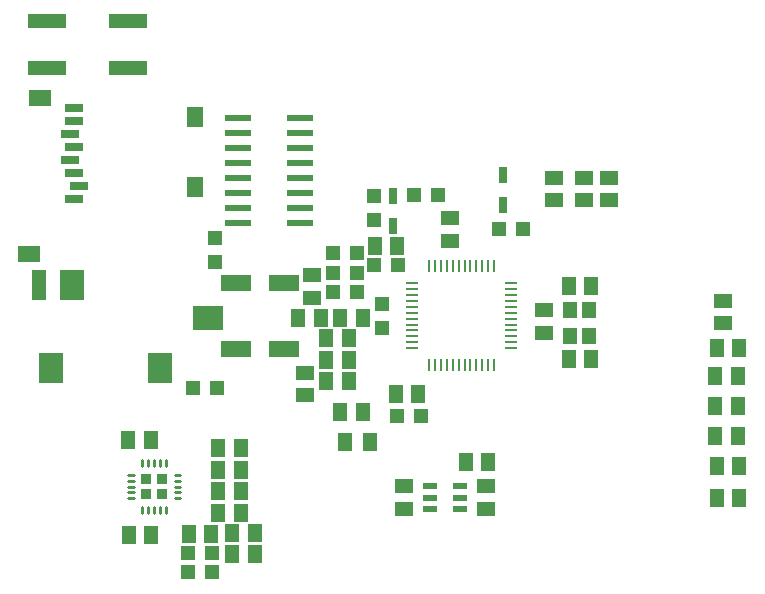
<source format=gbr>
G04 EAGLE Gerber RS-274X export*
G75*
%MOMM*%
%FSLAX34Y34*%
%LPD*%
%INSolderpaste Top*%
%IPPOS*%
%AMOC8*
5,1,8,0,0,1.08239X$1,22.5*%
G01*
%ADD10R,0.285000X1.100000*%
%ADD11R,1.100000X0.285000*%
%ADD12R,1.100000X0.280000*%
%ADD13R,1.200000X0.550000*%
%ADD14R,1.900000X1.400000*%
%ADD15R,1.400000X1.800000*%
%ADD16R,1.500000X0.700000*%
%ADD17R,1.200000X1.300000*%
%ADD18R,1.200000X1.400000*%
%ADD19R,1.300000X1.500000*%
%ADD20R,1.500000X1.300000*%
%ADD21R,1.300000X1.200000*%
%ADD22R,0.800000X1.350000*%
%ADD23R,2.600000X1.400000*%
%ADD24C,0.280000*%
%ADD25R,0.950000X0.950000*%
%ADD26R,2.000000X2.500000*%
%ADD27R,2.500000X2.000000*%
%ADD28R,1.200000X2.500000*%
%ADD29R,2.200000X0.600000*%
%ADD30R,3.200000X1.200000*%
%ADD31R,1.200000X1.500000*%


D10*
X351500Y229000D03*
X356500Y229000D03*
X361500Y229000D03*
X366500Y229000D03*
X371500Y229000D03*
X376500Y229000D03*
X381500Y229000D03*
X386500Y229000D03*
X391500Y229000D03*
X396500Y229000D03*
X401500Y229000D03*
X406500Y229000D03*
D11*
X421000Y243500D03*
X421000Y248500D03*
X421000Y253500D03*
X421000Y258500D03*
X421000Y263500D03*
X421000Y268500D03*
X421000Y273500D03*
X421000Y278500D03*
X421000Y283500D03*
X421000Y288500D03*
X421000Y293500D03*
X421000Y298500D03*
D10*
X406500Y313000D03*
X401500Y313000D03*
X396500Y313000D03*
X391500Y313000D03*
X386500Y313000D03*
X381500Y313000D03*
X376500Y313000D03*
X371500Y313000D03*
X366500Y313000D03*
X361500Y313000D03*
X356500Y313000D03*
X351500Y313000D03*
D11*
X337000Y298500D03*
X337000Y293500D03*
X337000Y288500D03*
X337000Y283500D03*
X337000Y278500D03*
X337000Y273500D03*
X337000Y268500D03*
X337000Y263500D03*
X337000Y258500D03*
X337000Y253500D03*
X337000Y248500D03*
D12*
X337000Y243500D03*
D13*
X352000Y126500D03*
X352000Y117000D03*
X352000Y107500D03*
X378000Y107500D03*
X378000Y117000D03*
X378000Y126500D03*
D14*
X22080Y455660D03*
X13080Y323660D03*
D15*
X153080Y439660D03*
X153080Y379660D03*
D16*
X51080Y446660D03*
X51080Y435660D03*
X47080Y424660D03*
X51080Y413660D03*
X47080Y402660D03*
X51080Y391660D03*
X55080Y380660D03*
X51080Y369660D03*
D17*
X324270Y185730D03*
X344590Y185730D03*
X324970Y313730D03*
X304650Y313730D03*
D18*
X471000Y254000D03*
X471000Y276000D03*
X487000Y254000D03*
X487000Y276000D03*
D19*
X469500Y296000D03*
X488500Y296000D03*
X488500Y234000D03*
X469500Y234000D03*
D20*
X449000Y256500D03*
X449000Y275500D03*
D19*
X382500Y147380D03*
X401500Y147380D03*
D20*
X330000Y126500D03*
X330000Y107500D03*
D21*
X311270Y260840D03*
X311270Y281160D03*
X169800Y336480D03*
X169800Y316160D03*
D20*
X400000Y107500D03*
X400000Y126500D03*
D19*
X283500Y233840D03*
X264500Y233840D03*
D17*
X290510Y306890D03*
X270190Y306890D03*
D19*
X264500Y215570D03*
X283500Y215570D03*
D17*
X270190Y323890D03*
X290510Y323890D03*
D21*
X304930Y372530D03*
X304930Y352210D03*
D17*
X270190Y291160D03*
X290510Y291160D03*
D19*
X264500Y252110D03*
X283500Y252110D03*
D22*
X413890Y389970D03*
X413890Y364570D03*
D17*
X410290Y344080D03*
X430610Y344080D03*
D23*
X187610Y299000D03*
X228610Y299000D03*
X187610Y243000D03*
X228610Y243000D03*
D24*
X140810Y136410D02*
X136110Y136410D01*
X128710Y143810D02*
X128710Y148510D01*
X123710Y148510D02*
X123710Y143810D01*
X118710Y143810D02*
X118710Y148510D01*
X113710Y148510D02*
X113710Y143810D01*
X108710Y143810D02*
X108710Y148510D01*
X101310Y136410D02*
X96610Y136410D01*
X96610Y131410D02*
X101310Y131410D01*
X101310Y126410D02*
X96610Y126410D01*
X96610Y121410D02*
X101310Y121410D01*
X101310Y116410D02*
X96610Y116410D01*
X108710Y109010D02*
X108710Y104310D01*
X136110Y116410D02*
X140810Y116410D01*
X140810Y121410D02*
X136110Y121410D01*
X136110Y126410D02*
X140810Y126410D01*
X140810Y131410D02*
X136110Y131410D01*
D25*
X125460Y119660D03*
X111960Y119660D03*
X111960Y133160D03*
X125460Y133160D03*
D24*
X113710Y109010D02*
X113710Y104310D01*
X118710Y104310D02*
X118710Y109010D01*
X123710Y109010D02*
X123710Y104310D01*
X128710Y104310D02*
X128710Y109010D01*
D17*
X167780Y53880D03*
X147460Y53880D03*
X147460Y69780D03*
X167780Y69780D03*
D19*
X115750Y165680D03*
X96750Y165680D03*
D17*
X151970Y209650D03*
X172290Y209650D03*
D19*
X148120Y86410D03*
X167120Y86410D03*
X203670Y86650D03*
X184670Y86650D03*
X184670Y69090D03*
X203670Y69090D03*
X192100Y140490D03*
X173100Y140490D03*
X192100Y158760D03*
X173100Y158760D03*
X192100Y104220D03*
X173100Y104220D03*
X192100Y122490D03*
X173100Y122490D03*
D26*
X31350Y226620D03*
X123350Y226620D03*
D27*
X164350Y269120D03*
D26*
X49350Y296620D03*
D28*
X21350Y296620D03*
D19*
X116180Y85090D03*
X97180Y85090D03*
D20*
X369570Y334670D03*
X369570Y353670D03*
D19*
X595020Y116840D03*
X614020Y116840D03*
X595020Y143510D03*
X614020Y143510D03*
X593750Y168910D03*
X612750Y168910D03*
X593750Y194310D03*
X612750Y194310D03*
X593750Y219710D03*
X612750Y219710D03*
X595020Y243840D03*
X614020Y243840D03*
D20*
X600710Y283820D03*
X600710Y264820D03*
X482600Y368960D03*
X482600Y387960D03*
X504190Y368960D03*
X504190Y387960D03*
X457200Y387960D03*
X457200Y368960D03*
D17*
X339090Y373380D03*
X359410Y373380D03*
D29*
X241900Y361950D03*
X189900Y387350D03*
X241900Y349250D03*
X241900Y374650D03*
X241900Y387350D03*
X189900Y374650D03*
X189900Y400050D03*
X189900Y412750D03*
X241900Y412750D03*
X189900Y438150D03*
X241900Y400050D03*
X241900Y425450D03*
X189900Y425450D03*
X241900Y438150D03*
X189900Y361950D03*
X189900Y349250D03*
D22*
X321310Y346710D03*
X321310Y372110D03*
D30*
X28230Y520380D03*
X96230Y520380D03*
X96230Y480380D03*
X28230Y480380D03*
D19*
X324460Y330200D03*
X305460Y330200D03*
X295250Y269240D03*
X276250Y269240D03*
X259690Y269240D03*
X240690Y269240D03*
X323240Y204470D03*
X342240Y204470D03*
D31*
X301330Y163830D03*
X280330Y163830D03*
D19*
X295250Y189230D03*
X276250Y189230D03*
D20*
X246380Y222860D03*
X246380Y203860D03*
X252730Y305410D03*
X252730Y286410D03*
M02*

</source>
